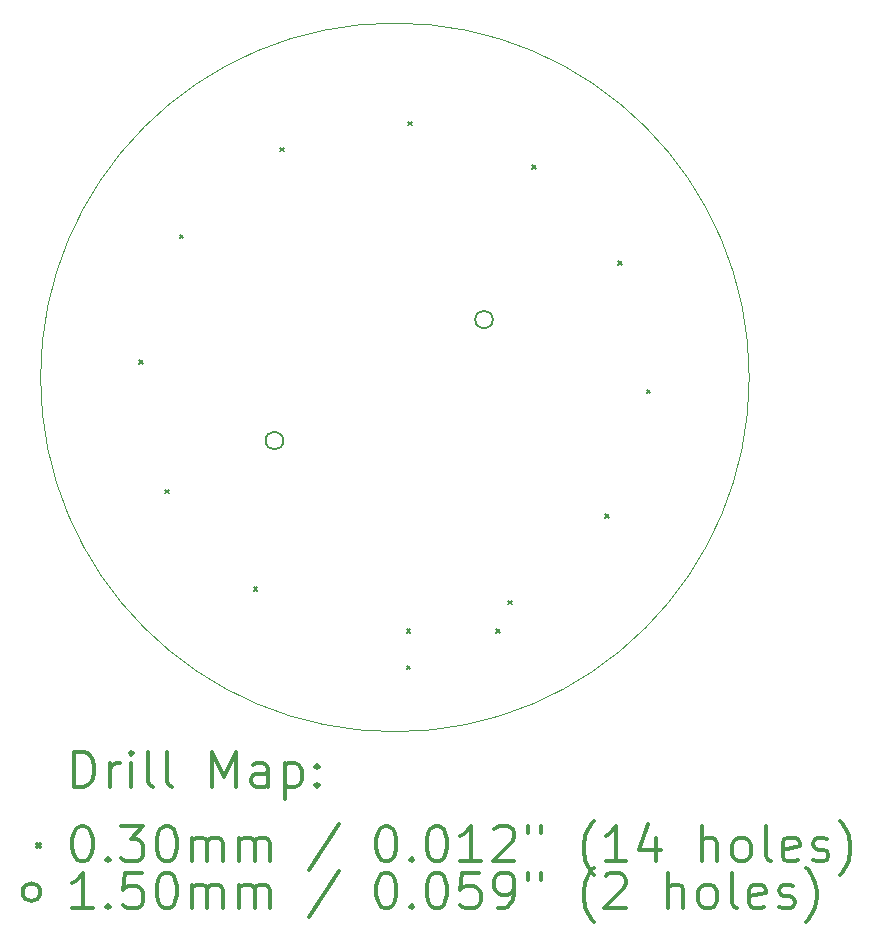
<source format=gbr>
%FSLAX45Y45*%
G04 Gerber Fmt 4.5, Leading zero omitted, Abs format (unit mm)*
G04 Created by KiCad (PCBNEW 5.1.9+dfsg1-1~bpo10+1) date 2022-05-07 14:54:36*
%MOMM*%
%LPD*%
G01*
G04 APERTURE LIST*
%TA.AperFunction,Profile*%
%ADD10C,0.050000*%
%TD*%
%ADD11C,0.200000*%
%ADD12C,0.300000*%
G04 APERTURE END LIST*
D10*
X17130000Y-9658000D02*
G75*
G03*
X17130000Y-9658000I-3000000J0D01*
G01*
D11*
X11967000Y-9513000D02*
X11997000Y-9543000D01*
X11997000Y-9513000D02*
X11967000Y-9543000D01*
X12186000Y-10608000D02*
X12216000Y-10638000D01*
X12216000Y-10608000D02*
X12186000Y-10638000D01*
X12310000Y-8451000D02*
X12340000Y-8481000D01*
X12340000Y-8451000D02*
X12310000Y-8481000D01*
X12934000Y-11434000D02*
X12964000Y-11464000D01*
X12964000Y-11434000D02*
X12934000Y-11464000D01*
X13159000Y-7712000D02*
X13189000Y-7742000D01*
X13189000Y-7712000D02*
X13159000Y-7742000D01*
X14230000Y-11790000D02*
X14260000Y-11820000D01*
X14260000Y-11790000D02*
X14230000Y-11820000D01*
X14232000Y-12101000D02*
X14262000Y-12131000D01*
X14262000Y-12101000D02*
X14232000Y-12131000D01*
X14241000Y-7495000D02*
X14271000Y-7525000D01*
X14271000Y-7495000D02*
X14241000Y-7525000D01*
X14988000Y-11792000D02*
X15018000Y-11822000D01*
X15018000Y-11792000D02*
X14988000Y-11822000D01*
X15091000Y-11548000D02*
X15121000Y-11578000D01*
X15121000Y-11548000D02*
X15091000Y-11578000D01*
X15291000Y-7862000D02*
X15321000Y-7892000D01*
X15321000Y-7862000D02*
X15291000Y-7892000D01*
X15912000Y-10816000D02*
X15942000Y-10846000D01*
X15942000Y-10816000D02*
X15912000Y-10846000D01*
X16023000Y-8676000D02*
X16053000Y-8706000D01*
X16053000Y-8676000D02*
X16023000Y-8706000D01*
X16261000Y-9763000D02*
X16291000Y-9793000D01*
X16291000Y-9763000D02*
X16261000Y-9793000D01*
X13185000Y-10193000D02*
G75*
G03*
X13185000Y-10193000I-75000J0D01*
G01*
X14959486Y-9168500D02*
G75*
G03*
X14959486Y-9168500I-75000J0D01*
G01*
D12*
X11413928Y-13126214D02*
X11413928Y-12826214D01*
X11485357Y-12826214D01*
X11528214Y-12840500D01*
X11556786Y-12869071D01*
X11571071Y-12897643D01*
X11585357Y-12954786D01*
X11585357Y-12997643D01*
X11571071Y-13054786D01*
X11556786Y-13083357D01*
X11528214Y-13111929D01*
X11485357Y-13126214D01*
X11413928Y-13126214D01*
X11713928Y-13126214D02*
X11713928Y-12926214D01*
X11713928Y-12983357D02*
X11728214Y-12954786D01*
X11742500Y-12940500D01*
X11771071Y-12926214D01*
X11799643Y-12926214D01*
X11899643Y-13126214D02*
X11899643Y-12926214D01*
X11899643Y-12826214D02*
X11885357Y-12840500D01*
X11899643Y-12854786D01*
X11913928Y-12840500D01*
X11899643Y-12826214D01*
X11899643Y-12854786D01*
X12085357Y-13126214D02*
X12056786Y-13111929D01*
X12042500Y-13083357D01*
X12042500Y-12826214D01*
X12242500Y-13126214D02*
X12213928Y-13111929D01*
X12199643Y-13083357D01*
X12199643Y-12826214D01*
X12585357Y-13126214D02*
X12585357Y-12826214D01*
X12685357Y-13040500D01*
X12785357Y-12826214D01*
X12785357Y-13126214D01*
X13056786Y-13126214D02*
X13056786Y-12969071D01*
X13042500Y-12940500D01*
X13013928Y-12926214D01*
X12956786Y-12926214D01*
X12928214Y-12940500D01*
X13056786Y-13111929D02*
X13028214Y-13126214D01*
X12956786Y-13126214D01*
X12928214Y-13111929D01*
X12913928Y-13083357D01*
X12913928Y-13054786D01*
X12928214Y-13026214D01*
X12956786Y-13011929D01*
X13028214Y-13011929D01*
X13056786Y-12997643D01*
X13199643Y-12926214D02*
X13199643Y-13226214D01*
X13199643Y-12940500D02*
X13228214Y-12926214D01*
X13285357Y-12926214D01*
X13313928Y-12940500D01*
X13328214Y-12954786D01*
X13342500Y-12983357D01*
X13342500Y-13069071D01*
X13328214Y-13097643D01*
X13313928Y-13111929D01*
X13285357Y-13126214D01*
X13228214Y-13126214D01*
X13199643Y-13111929D01*
X13471071Y-13097643D02*
X13485357Y-13111929D01*
X13471071Y-13126214D01*
X13456786Y-13111929D01*
X13471071Y-13097643D01*
X13471071Y-13126214D01*
X13471071Y-12940500D02*
X13485357Y-12954786D01*
X13471071Y-12969071D01*
X13456786Y-12954786D01*
X13471071Y-12940500D01*
X13471071Y-12969071D01*
X11097500Y-13605500D02*
X11127500Y-13635500D01*
X11127500Y-13605500D02*
X11097500Y-13635500D01*
X11471071Y-13456214D02*
X11499643Y-13456214D01*
X11528214Y-13470500D01*
X11542500Y-13484786D01*
X11556786Y-13513357D01*
X11571071Y-13570500D01*
X11571071Y-13641929D01*
X11556786Y-13699071D01*
X11542500Y-13727643D01*
X11528214Y-13741929D01*
X11499643Y-13756214D01*
X11471071Y-13756214D01*
X11442500Y-13741929D01*
X11428214Y-13727643D01*
X11413928Y-13699071D01*
X11399643Y-13641929D01*
X11399643Y-13570500D01*
X11413928Y-13513357D01*
X11428214Y-13484786D01*
X11442500Y-13470500D01*
X11471071Y-13456214D01*
X11699643Y-13727643D02*
X11713928Y-13741929D01*
X11699643Y-13756214D01*
X11685357Y-13741929D01*
X11699643Y-13727643D01*
X11699643Y-13756214D01*
X11813928Y-13456214D02*
X11999643Y-13456214D01*
X11899643Y-13570500D01*
X11942500Y-13570500D01*
X11971071Y-13584786D01*
X11985357Y-13599071D01*
X11999643Y-13627643D01*
X11999643Y-13699071D01*
X11985357Y-13727643D01*
X11971071Y-13741929D01*
X11942500Y-13756214D01*
X11856786Y-13756214D01*
X11828214Y-13741929D01*
X11813928Y-13727643D01*
X12185357Y-13456214D02*
X12213928Y-13456214D01*
X12242500Y-13470500D01*
X12256786Y-13484786D01*
X12271071Y-13513357D01*
X12285357Y-13570500D01*
X12285357Y-13641929D01*
X12271071Y-13699071D01*
X12256786Y-13727643D01*
X12242500Y-13741929D01*
X12213928Y-13756214D01*
X12185357Y-13756214D01*
X12156786Y-13741929D01*
X12142500Y-13727643D01*
X12128214Y-13699071D01*
X12113928Y-13641929D01*
X12113928Y-13570500D01*
X12128214Y-13513357D01*
X12142500Y-13484786D01*
X12156786Y-13470500D01*
X12185357Y-13456214D01*
X12413928Y-13756214D02*
X12413928Y-13556214D01*
X12413928Y-13584786D02*
X12428214Y-13570500D01*
X12456786Y-13556214D01*
X12499643Y-13556214D01*
X12528214Y-13570500D01*
X12542500Y-13599071D01*
X12542500Y-13756214D01*
X12542500Y-13599071D02*
X12556786Y-13570500D01*
X12585357Y-13556214D01*
X12628214Y-13556214D01*
X12656786Y-13570500D01*
X12671071Y-13599071D01*
X12671071Y-13756214D01*
X12813928Y-13756214D02*
X12813928Y-13556214D01*
X12813928Y-13584786D02*
X12828214Y-13570500D01*
X12856786Y-13556214D01*
X12899643Y-13556214D01*
X12928214Y-13570500D01*
X12942500Y-13599071D01*
X12942500Y-13756214D01*
X12942500Y-13599071D02*
X12956786Y-13570500D01*
X12985357Y-13556214D01*
X13028214Y-13556214D01*
X13056786Y-13570500D01*
X13071071Y-13599071D01*
X13071071Y-13756214D01*
X13656786Y-13441929D02*
X13399643Y-13827643D01*
X14042500Y-13456214D02*
X14071071Y-13456214D01*
X14099643Y-13470500D01*
X14113928Y-13484786D01*
X14128214Y-13513357D01*
X14142500Y-13570500D01*
X14142500Y-13641929D01*
X14128214Y-13699071D01*
X14113928Y-13727643D01*
X14099643Y-13741929D01*
X14071071Y-13756214D01*
X14042500Y-13756214D01*
X14013928Y-13741929D01*
X13999643Y-13727643D01*
X13985357Y-13699071D01*
X13971071Y-13641929D01*
X13971071Y-13570500D01*
X13985357Y-13513357D01*
X13999643Y-13484786D01*
X14013928Y-13470500D01*
X14042500Y-13456214D01*
X14271071Y-13727643D02*
X14285357Y-13741929D01*
X14271071Y-13756214D01*
X14256786Y-13741929D01*
X14271071Y-13727643D01*
X14271071Y-13756214D01*
X14471071Y-13456214D02*
X14499643Y-13456214D01*
X14528214Y-13470500D01*
X14542500Y-13484786D01*
X14556786Y-13513357D01*
X14571071Y-13570500D01*
X14571071Y-13641929D01*
X14556786Y-13699071D01*
X14542500Y-13727643D01*
X14528214Y-13741929D01*
X14499643Y-13756214D01*
X14471071Y-13756214D01*
X14442500Y-13741929D01*
X14428214Y-13727643D01*
X14413928Y-13699071D01*
X14399643Y-13641929D01*
X14399643Y-13570500D01*
X14413928Y-13513357D01*
X14428214Y-13484786D01*
X14442500Y-13470500D01*
X14471071Y-13456214D01*
X14856786Y-13756214D02*
X14685357Y-13756214D01*
X14771071Y-13756214D02*
X14771071Y-13456214D01*
X14742500Y-13499071D01*
X14713928Y-13527643D01*
X14685357Y-13541929D01*
X14971071Y-13484786D02*
X14985357Y-13470500D01*
X15013928Y-13456214D01*
X15085357Y-13456214D01*
X15113928Y-13470500D01*
X15128214Y-13484786D01*
X15142500Y-13513357D01*
X15142500Y-13541929D01*
X15128214Y-13584786D01*
X14956786Y-13756214D01*
X15142500Y-13756214D01*
X15256786Y-13456214D02*
X15256786Y-13513357D01*
X15371071Y-13456214D02*
X15371071Y-13513357D01*
X15813928Y-13870500D02*
X15799643Y-13856214D01*
X15771071Y-13813357D01*
X15756786Y-13784786D01*
X15742500Y-13741929D01*
X15728214Y-13670500D01*
X15728214Y-13613357D01*
X15742500Y-13541929D01*
X15756786Y-13499071D01*
X15771071Y-13470500D01*
X15799643Y-13427643D01*
X15813928Y-13413357D01*
X16085357Y-13756214D02*
X15913928Y-13756214D01*
X15999643Y-13756214D02*
X15999643Y-13456214D01*
X15971071Y-13499071D01*
X15942500Y-13527643D01*
X15913928Y-13541929D01*
X16342500Y-13556214D02*
X16342500Y-13756214D01*
X16271071Y-13441929D02*
X16199643Y-13656214D01*
X16385357Y-13656214D01*
X16728214Y-13756214D02*
X16728214Y-13456214D01*
X16856786Y-13756214D02*
X16856786Y-13599071D01*
X16842500Y-13570500D01*
X16813928Y-13556214D01*
X16771071Y-13556214D01*
X16742500Y-13570500D01*
X16728214Y-13584786D01*
X17042500Y-13756214D02*
X17013928Y-13741929D01*
X16999643Y-13727643D01*
X16985357Y-13699071D01*
X16985357Y-13613357D01*
X16999643Y-13584786D01*
X17013928Y-13570500D01*
X17042500Y-13556214D01*
X17085357Y-13556214D01*
X17113928Y-13570500D01*
X17128214Y-13584786D01*
X17142500Y-13613357D01*
X17142500Y-13699071D01*
X17128214Y-13727643D01*
X17113928Y-13741929D01*
X17085357Y-13756214D01*
X17042500Y-13756214D01*
X17313928Y-13756214D02*
X17285357Y-13741929D01*
X17271071Y-13713357D01*
X17271071Y-13456214D01*
X17542500Y-13741929D02*
X17513928Y-13756214D01*
X17456786Y-13756214D01*
X17428214Y-13741929D01*
X17413928Y-13713357D01*
X17413928Y-13599071D01*
X17428214Y-13570500D01*
X17456786Y-13556214D01*
X17513928Y-13556214D01*
X17542500Y-13570500D01*
X17556786Y-13599071D01*
X17556786Y-13627643D01*
X17413928Y-13656214D01*
X17671071Y-13741929D02*
X17699643Y-13756214D01*
X17756786Y-13756214D01*
X17785357Y-13741929D01*
X17799643Y-13713357D01*
X17799643Y-13699071D01*
X17785357Y-13670500D01*
X17756786Y-13656214D01*
X17713928Y-13656214D01*
X17685357Y-13641929D01*
X17671071Y-13613357D01*
X17671071Y-13599071D01*
X17685357Y-13570500D01*
X17713928Y-13556214D01*
X17756786Y-13556214D01*
X17785357Y-13570500D01*
X17899643Y-13870500D02*
X17913928Y-13856214D01*
X17942500Y-13813357D01*
X17956786Y-13784786D01*
X17971071Y-13741929D01*
X17985357Y-13670500D01*
X17985357Y-13613357D01*
X17971071Y-13541929D01*
X17956786Y-13499071D01*
X17942500Y-13470500D01*
X17913928Y-13427643D01*
X17899643Y-13413357D01*
X11127500Y-14016500D02*
G75*
G03*
X11127500Y-14016500I-75000J0D01*
G01*
X11571071Y-14152214D02*
X11399643Y-14152214D01*
X11485357Y-14152214D02*
X11485357Y-13852214D01*
X11456786Y-13895071D01*
X11428214Y-13923643D01*
X11399643Y-13937929D01*
X11699643Y-14123643D02*
X11713928Y-14137929D01*
X11699643Y-14152214D01*
X11685357Y-14137929D01*
X11699643Y-14123643D01*
X11699643Y-14152214D01*
X11985357Y-13852214D02*
X11842500Y-13852214D01*
X11828214Y-13995071D01*
X11842500Y-13980786D01*
X11871071Y-13966500D01*
X11942500Y-13966500D01*
X11971071Y-13980786D01*
X11985357Y-13995071D01*
X11999643Y-14023643D01*
X11999643Y-14095071D01*
X11985357Y-14123643D01*
X11971071Y-14137929D01*
X11942500Y-14152214D01*
X11871071Y-14152214D01*
X11842500Y-14137929D01*
X11828214Y-14123643D01*
X12185357Y-13852214D02*
X12213928Y-13852214D01*
X12242500Y-13866500D01*
X12256786Y-13880786D01*
X12271071Y-13909357D01*
X12285357Y-13966500D01*
X12285357Y-14037929D01*
X12271071Y-14095071D01*
X12256786Y-14123643D01*
X12242500Y-14137929D01*
X12213928Y-14152214D01*
X12185357Y-14152214D01*
X12156786Y-14137929D01*
X12142500Y-14123643D01*
X12128214Y-14095071D01*
X12113928Y-14037929D01*
X12113928Y-13966500D01*
X12128214Y-13909357D01*
X12142500Y-13880786D01*
X12156786Y-13866500D01*
X12185357Y-13852214D01*
X12413928Y-14152214D02*
X12413928Y-13952214D01*
X12413928Y-13980786D02*
X12428214Y-13966500D01*
X12456786Y-13952214D01*
X12499643Y-13952214D01*
X12528214Y-13966500D01*
X12542500Y-13995071D01*
X12542500Y-14152214D01*
X12542500Y-13995071D02*
X12556786Y-13966500D01*
X12585357Y-13952214D01*
X12628214Y-13952214D01*
X12656786Y-13966500D01*
X12671071Y-13995071D01*
X12671071Y-14152214D01*
X12813928Y-14152214D02*
X12813928Y-13952214D01*
X12813928Y-13980786D02*
X12828214Y-13966500D01*
X12856786Y-13952214D01*
X12899643Y-13952214D01*
X12928214Y-13966500D01*
X12942500Y-13995071D01*
X12942500Y-14152214D01*
X12942500Y-13995071D02*
X12956786Y-13966500D01*
X12985357Y-13952214D01*
X13028214Y-13952214D01*
X13056786Y-13966500D01*
X13071071Y-13995071D01*
X13071071Y-14152214D01*
X13656786Y-13837929D02*
X13399643Y-14223643D01*
X14042500Y-13852214D02*
X14071071Y-13852214D01*
X14099643Y-13866500D01*
X14113928Y-13880786D01*
X14128214Y-13909357D01*
X14142500Y-13966500D01*
X14142500Y-14037929D01*
X14128214Y-14095071D01*
X14113928Y-14123643D01*
X14099643Y-14137929D01*
X14071071Y-14152214D01*
X14042500Y-14152214D01*
X14013928Y-14137929D01*
X13999643Y-14123643D01*
X13985357Y-14095071D01*
X13971071Y-14037929D01*
X13971071Y-13966500D01*
X13985357Y-13909357D01*
X13999643Y-13880786D01*
X14013928Y-13866500D01*
X14042500Y-13852214D01*
X14271071Y-14123643D02*
X14285357Y-14137929D01*
X14271071Y-14152214D01*
X14256786Y-14137929D01*
X14271071Y-14123643D01*
X14271071Y-14152214D01*
X14471071Y-13852214D02*
X14499643Y-13852214D01*
X14528214Y-13866500D01*
X14542500Y-13880786D01*
X14556786Y-13909357D01*
X14571071Y-13966500D01*
X14571071Y-14037929D01*
X14556786Y-14095071D01*
X14542500Y-14123643D01*
X14528214Y-14137929D01*
X14499643Y-14152214D01*
X14471071Y-14152214D01*
X14442500Y-14137929D01*
X14428214Y-14123643D01*
X14413928Y-14095071D01*
X14399643Y-14037929D01*
X14399643Y-13966500D01*
X14413928Y-13909357D01*
X14428214Y-13880786D01*
X14442500Y-13866500D01*
X14471071Y-13852214D01*
X14842500Y-13852214D02*
X14699643Y-13852214D01*
X14685357Y-13995071D01*
X14699643Y-13980786D01*
X14728214Y-13966500D01*
X14799643Y-13966500D01*
X14828214Y-13980786D01*
X14842500Y-13995071D01*
X14856786Y-14023643D01*
X14856786Y-14095071D01*
X14842500Y-14123643D01*
X14828214Y-14137929D01*
X14799643Y-14152214D01*
X14728214Y-14152214D01*
X14699643Y-14137929D01*
X14685357Y-14123643D01*
X14999643Y-14152214D02*
X15056786Y-14152214D01*
X15085357Y-14137929D01*
X15099643Y-14123643D01*
X15128214Y-14080786D01*
X15142500Y-14023643D01*
X15142500Y-13909357D01*
X15128214Y-13880786D01*
X15113928Y-13866500D01*
X15085357Y-13852214D01*
X15028214Y-13852214D01*
X14999643Y-13866500D01*
X14985357Y-13880786D01*
X14971071Y-13909357D01*
X14971071Y-13980786D01*
X14985357Y-14009357D01*
X14999643Y-14023643D01*
X15028214Y-14037929D01*
X15085357Y-14037929D01*
X15113928Y-14023643D01*
X15128214Y-14009357D01*
X15142500Y-13980786D01*
X15256786Y-13852214D02*
X15256786Y-13909357D01*
X15371071Y-13852214D02*
X15371071Y-13909357D01*
X15813928Y-14266500D02*
X15799643Y-14252214D01*
X15771071Y-14209357D01*
X15756786Y-14180786D01*
X15742500Y-14137929D01*
X15728214Y-14066500D01*
X15728214Y-14009357D01*
X15742500Y-13937929D01*
X15756786Y-13895071D01*
X15771071Y-13866500D01*
X15799643Y-13823643D01*
X15813928Y-13809357D01*
X15913928Y-13880786D02*
X15928214Y-13866500D01*
X15956786Y-13852214D01*
X16028214Y-13852214D01*
X16056786Y-13866500D01*
X16071071Y-13880786D01*
X16085357Y-13909357D01*
X16085357Y-13937929D01*
X16071071Y-13980786D01*
X15899643Y-14152214D01*
X16085357Y-14152214D01*
X16442500Y-14152214D02*
X16442500Y-13852214D01*
X16571071Y-14152214D02*
X16571071Y-13995071D01*
X16556786Y-13966500D01*
X16528214Y-13952214D01*
X16485357Y-13952214D01*
X16456786Y-13966500D01*
X16442500Y-13980786D01*
X16756786Y-14152214D02*
X16728214Y-14137929D01*
X16713928Y-14123643D01*
X16699643Y-14095071D01*
X16699643Y-14009357D01*
X16713928Y-13980786D01*
X16728214Y-13966500D01*
X16756786Y-13952214D01*
X16799643Y-13952214D01*
X16828214Y-13966500D01*
X16842500Y-13980786D01*
X16856786Y-14009357D01*
X16856786Y-14095071D01*
X16842500Y-14123643D01*
X16828214Y-14137929D01*
X16799643Y-14152214D01*
X16756786Y-14152214D01*
X17028214Y-14152214D02*
X16999643Y-14137929D01*
X16985357Y-14109357D01*
X16985357Y-13852214D01*
X17256786Y-14137929D02*
X17228214Y-14152214D01*
X17171071Y-14152214D01*
X17142500Y-14137929D01*
X17128214Y-14109357D01*
X17128214Y-13995071D01*
X17142500Y-13966500D01*
X17171071Y-13952214D01*
X17228214Y-13952214D01*
X17256786Y-13966500D01*
X17271071Y-13995071D01*
X17271071Y-14023643D01*
X17128214Y-14052214D01*
X17385357Y-14137929D02*
X17413928Y-14152214D01*
X17471071Y-14152214D01*
X17499643Y-14137929D01*
X17513928Y-14109357D01*
X17513928Y-14095071D01*
X17499643Y-14066500D01*
X17471071Y-14052214D01*
X17428214Y-14052214D01*
X17399643Y-14037929D01*
X17385357Y-14009357D01*
X17385357Y-13995071D01*
X17399643Y-13966500D01*
X17428214Y-13952214D01*
X17471071Y-13952214D01*
X17499643Y-13966500D01*
X17613928Y-14266500D02*
X17628214Y-14252214D01*
X17656786Y-14209357D01*
X17671071Y-14180786D01*
X17685357Y-14137929D01*
X17699643Y-14066500D01*
X17699643Y-14009357D01*
X17685357Y-13937929D01*
X17671071Y-13895071D01*
X17656786Y-13866500D01*
X17628214Y-13823643D01*
X17613928Y-13809357D01*
M02*

</source>
